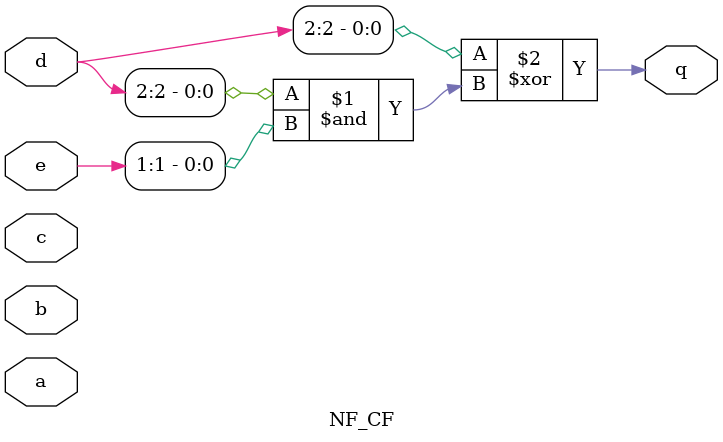
<source format=v>
/*
* -----------------------------------------------------------------
* COMPANY : Ruhr University Bochum
* AUTHOR  : Amir Moradi amir.moradi@rub.de Aein Rezaei Shahmirzadi aein.rezaeishahmirzadi@rub.de
* DOCUMENT: "Second-Order SCA Security with almost no Fresh Randomness" TCHES 2021, Issue 3
* -----------------------------------------------------------------
*
* Copyright c 2021, Amir Moradi, Aein Rezaei Shahmirzadi
*
* All rights reserved.
*
* THIS SOFTWARE IS PROVIDED BY THE COPYRIGHT HOLDERS AND CONTRIBUTORS "AS IS" AND
* ANY EXPRESS OR IMPLIED WARRANTIES, INCLUDING, BUT NOT LIMITED TO, THE IMPLIED
* WARRANTIES OF MERCHANTABILITY AND FITNESS FOR A PARTICULAR PURPOSE ARE
* DISCLAIMED. IN NO EVENT SHALL THE COPYRIGHT HOLDER OR CONTRIBUTERS BE LIABLE FOR ANY
* DIRECT, INDIRECT, INCIDENTAL, SPECIAL, EXEMPLARY, OR CONSEQUENTIAL DAMAGES
* INCLUDING, BUT NOT LIMITED TO, PROCUREMENT OF SUBSTITUTE GOODS OR SERVICES;
* LOSS OF USE, DATA, OR PROFITS; OR BUSINESS INTERRUPTION HOWEVER CAUSED AND
* ON ANY THEORY OF LIABILITY, WHETHER IN CONTRACT, STRICT LIABILITY, OR TORT
* INCLUDING NEGLIGENCE OR OTHERWISE ARISING IN ANY WAY OUT OF THE USE OF THIS
* SOFTWARE, EVEN IF ADVISED OF THE POSSIBILITY OF SUCH DAMAGE.
*
* Please see LICENSE and README for license and further instructions.
*/

module NF_CF(
    input [3:1] a,
    input [3:1] b,
    input [3:1] c,
    input [3:1] d,
    input [3:1] e,
    output q 
	 );
	 
	parameter num = 1;
	 
	generate

		if(num==0) begin
			assign q = d[1] ^ a[1] ^ (d[1]&e[1]);
		end
		if(num==1) begin
			assign q = d[2] ^ (d[2]&e[1]);
		end
		if(num==2) begin
			assign q = (d[3]&e[1]);
		end
		if(num==3) begin
			assign q = d[1] ^ (d[1]&e[2]);
		end
		if(num==4) begin
			assign q = (d[2]&e[2]);
		end
		if(num==5) begin
			assign q = a[3] ^ (d[3]&e[2]);
		end
		if(num==6) begin
			assign q = d[1] ^ (d[1]&e[3]);
		end
		if(num==7) begin
			assign q = (d[2]&e[3]);
		end
		if(num==8) begin
			assign q = d[3] ^ a[2] ^ (d[3]&e[3]);
		end
		if(num==9) begin
			assign q = e[1] ^ a[1] ^ b[1] ^ (e[1]&a[1]);
		end
		if(num==10) begin
			assign q = e[2] ^ (e[2]&a[1]);
		end
		if(num==11) begin
			assign q = a[1] ^ (e[3]&a[1]);
		end
		if(num==12) begin
			assign q = e[1] ^ (e[1]&a[2]);
		end
		if(num==13) begin
			assign q = (e[2]&a[2]);
		end
		if(num==14) begin
			assign q = e[3] ^ b[3] ^ (e[3]&a[2]);
		end
		if(num==15) begin
			assign q = e[1] ^ (e[1]&a[3]);
		end
		if(num==16) begin
			assign q = (e[2]&a[3]);
		end
		if(num==17) begin
			assign q = b[2] ^ (e[3]&a[3]);
		end
		if(num==18) begin
			assign q = a[1] ^ b[1] ^ c[3] ^ (a[1]&b[1]);
		end
		if(num==19) begin
			assign q = b[1] ^ (a[2]&b[1]);
		end
		if(num==20) begin
			assign q = a[3] ^ (a[3]&b[1]);
		end
		if(num==21) begin
			assign q = a[1] ^ (a[1]&b[2]);
		end
		if(num==22) begin
			assign q = (a[2]&b[2]);
		end
		if(num==23) begin
			assign q = c[1] ^ (a[3]&b[2]);
		end
		if(num==24) begin
			assign q = a[1] ^ c[2] ^ (a[1]&b[3]);
		end
		if(num==25) begin
			assign q = a[2] ^ (a[2]&b[3]);
		end
		if(num==26) begin
			assign q = (a[3]&b[3]);
		end
		if(num==27) begin
			assign q = b[1] ^ c[1] ^ (b[1]&c[1]);
		end
		if(num==28) begin
			assign q = (b[2]&c[1]);
		end
		if(num==29) begin
			assign q = c[1] ^ d[3] ^ (b[3]&c[1]);
		end
		if(num==30) begin
			assign q = b[1] ^ (b[1]&c[2]);
		end
		if(num==31) begin
			assign q = (b[2]&c[2]);
		end
		if(num==32) begin
			assign q = b[3] ^ d[1] ^ (b[3]&c[2]);
		end
		if(num==33) begin
			assign q = b[1] ^ c[3] ^ d[2] ^ (b[1]&c[3]);
		end
		if(num==34) begin
			assign q = b[2] ^ (b[2]&c[3]);
		end
		if(num==35) begin
			assign q = c[3] ^ (b[3]&c[3]);
		end
		if(num==36) begin
			assign q = (c[1]&d[1]);
		end
		if(num==37) begin
			assign q = c[2] ^ d[1] ^ (c[2]&d[1]);
		end
		if(num==38) begin
			assign q = c[3] ^ d[1] ^ e[1] ^ (c[3]&d[1]);
		end
		if(num==39) begin
			assign q = c[1] ^ (c[1]&d[2]);
		end
		if(num==40) begin
			assign q = (c[2]&d[2]);
		end
		if(num==41) begin
			assign q = c[3] ^ e[2] ^ (c[3]&d[2]);
		end
		if(num==42) begin
			assign q = e[3] ^ (c[1]&d[3]);
		end
		if(num==43) begin
			assign q = (c[2]&d[3]);
		end
		if(num==44) begin
			assign q = c[3] ^ (c[3]&d[3]);
		end


	endgenerate


endmodule

</source>
